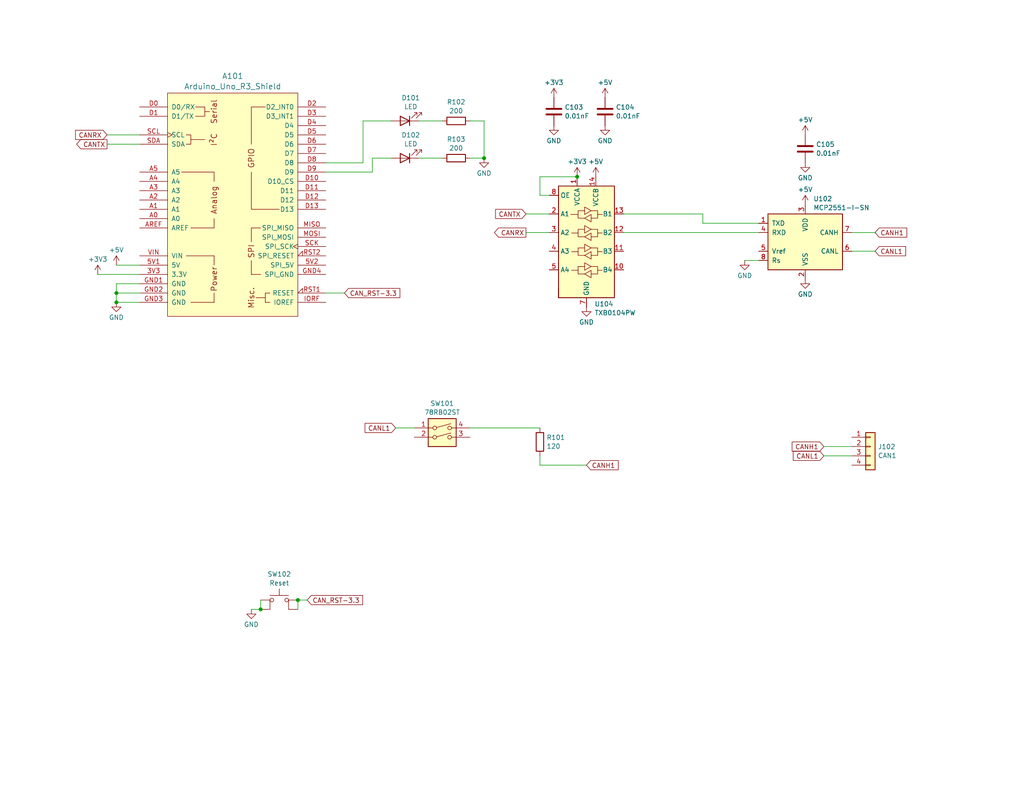
<source format=kicad_sch>
(kicad_sch (version 20231120) (generator "eeschema") (generator_version "8.0")
  (paper "USLetter")
  (title_block (title "CAN Bridge") (company "bit-builder.com"))
  (lib_symbols
    (symbol "Connector_Generic:Conn_01x04" (pin_names (offset 1.016) hide)
      (property "Reference" "J" (at 0 5.08 0))
      (property "Value" "Conn_01x04" (at 0 -7.62 0))
      (symbol "Conn_01x04_1_1"
        (rectangle (start -1.27 -4.953) (end 0 -5.207) (stroke (width 0.1524)))
        (rectangle (start -1.27 -2.413) (end 0 -2.667) (stroke (width 0.1524)))
        (rectangle (start -1.27 0.127) (end 0 -0.127) (stroke (width 0.1524)))
        (rectangle (start -1.27 2.667) (end 0 2.413) (stroke (width 0.1524)))
        (rectangle (start -1.27 3.81) (end 1.27 -6.35) (stroke (width 0.254)) (fill (type background)))
        (pin passive line (at -5.08 2.54 0) (length 3.81) (name "Pin_1") (number "1"))
        (pin passive line (at -5.08 0 0) (length 3.81) (name "Pin_2") (number "2"))
        (pin passive line (at -5.08 -2.54 0) (length 3.81) (name "Pin_3") (number "3"))
        (pin passive line (at -5.08 -5.08 0) (length 3.81) (name "Pin_4") (number "4"))
      )
    )
    (symbol "Device:C" (pin_numbers hide) (pin_names (offset 0.254))
      (property "Reference" "C" (at 0.635 2.54 0))
      (property "Value" "C" (at 0.635 -2.54 0))
      (symbol "C_0_1"
        (polyline (pts (xy -2.032 -0.762) (xy 2.032 -0.762)) (stroke (width 0.508)))
        (polyline (pts (xy -2.032 0.762) (xy 2.032 0.762)) (stroke (width 0.508)))
      )
      (symbol "C_1_1"
        (pin passive line (at 0 3.81 270) (length 2.794) (name "~") (number "1"))
        (pin passive line (at 0 -3.81 90) (length 2.794) (name "~") (number "2"))
      )
    )
    (symbol "Device:LED" (pin_numbers hide) (pin_names (offset 1.016) hide)
      (property "Reference" "D" (at 0 2.54 0))
      (property "Value" "LED" (at 0 -2.54 0))
      (symbol "LED_0_1"
        (polyline (pts (xy -1.27 -1.27) (xy -1.27 1.27)) (stroke (width 0.254)))
        (polyline (pts (xy -1.27 0) (xy 1.27 0)))
        (polyline (pts (xy 1.27 -1.27) (xy 1.27 1.27) (xy -1.27 0) (xy 1.27 -1.27)) (stroke (width 0.254)))
        (polyline (pts (xy -3.048 -0.762) (xy -4.572 -2.286) (xy -3.81 -2.286) (xy -4.572 -2.286) (xy -4.572 -1.524)))
        (polyline (pts (xy -1.778 -0.762) (xy -3.302 -2.286) (xy -2.54 -2.286) (xy -3.302 -2.286) (xy -3.302 -1.524)))
      )
      (symbol "LED_1_1"
        (pin passive line (at -3.81 0 0) (length 2.54) (name "K") (number "1"))
        (pin passive line (at 3.81 0 180) (length 2.54) (name "A") (number "2"))
      )
    )
    (symbol "Device:R" (pin_numbers hide) (pin_names (offset 0))
      (property "Reference" "R" (at 2.032 0 90))
      (property "Value" "R" (at 0 0 90))
      (symbol "R_0_1"
        (rectangle (start -1.016 -2.54) (end 1.016 2.54) (stroke (width 0.254)))
      )
      (symbol "R_1_1"
        (pin passive line (at 0 3.81 270) (length 1.27) (name "~") (number "1"))
        (pin passive line (at 0 -3.81 90) (length 1.27) (name "~") (number "2"))
      )
    )
    (symbol "Interface_CAN_LIN:MCP2551-I-SN" (pin_names (offset 1.016))
      (property "Reference" "U" (at -10.16 8.89 0))
      (property "Value" "MCP2551-I-SN" (at 2.54 8.89 0))
      (symbol "MCP2551-I-SN_0_1"
        (rectangle (start -10.16 7.62) (end 10.16 -7.62) (stroke (width 0.254)) (fill (type background)))
      )
      (symbol "MCP2551-I-SN_1_1"
        (pin input line (at -12.7 5.08 0) (length 2.54) (name "TXD") (number "1"))
        (pin power_in line (at 0 -10.16 90) (length 2.54) (name "VSS") (number "2"))
        (pin power_in line (at 0 10.16 270) (length 2.54) (name "VDD") (number "3"))
        (pin output line (at -12.7 2.54 0) (length 2.54) (name "RXD") (number "4"))
        (pin power_out line (at -12.7 -2.54 0) (length 2.54) (name "Vref") (number "5"))
        (pin bidirectional line (at 12.7 -2.54 180) (length 2.54) (name "CANL") (number "6"))
        (pin bidirectional line (at 12.7 2.54 180) (length 2.54) (name "CANH") (number "7"))
        (pin input line (at -12.7 -5.08 0) (length 2.54) (name "Rs") (number "8"))
      )
    )
    (symbol "Logic_LevelTranslator:TXB0104PW"
      (property "Reference" "U" (at -6.35 16.51 0))
      (property "Value" "TXB0104PW" (at 3.81 16.51 0))
      (symbol "TXB0104PW_0_1"
        (rectangle (start -7.62 -15.24) (end -7.62 -12.7) (stroke (width 0.254)))
        (rectangle (start -7.62 15.24) (end 7.62 -15.24) (stroke (width 0.254)) (fill (type background)))
        (polyline (pts (xy -2.286 -7.747) (xy -2.286 -6.731) (xy -0.508 -6.731)))
        (polyline (pts (xy -2.286 -2.667) (xy -2.286 -1.651) (xy -0.508 -1.651)))
        (polyline (pts (xy -2.286 2.413) (xy -2.286 3.429) (xy -0.508 3.429)))
        (polyline (pts (xy -2.286 7.493) (xy -2.286 8.509) (xy -0.508 8.509)))
        (polyline (pts (xy 3.048 -7.747) (xy 3.048 -8.763) (xy 1.27 -8.763)))
        (polyline (pts (xy 3.048 -2.667) (xy 3.048 -3.683) (xy 1.27 -3.683)))
        (polyline (pts (xy 3.048 2.413) (xy 3.048 1.397) (xy 1.27 1.397)))
        (polyline (pts (xy 3.048 7.493) (xy 3.048 6.477) (xy 1.27 6.477)))
        (polyline (pts (xy -0.508 -8.763) (xy -2.286 -8.763) (xy -2.286 -7.747) (xy -4.064 -7.747)))
        (polyline (pts (xy -0.508 -8.763) (xy 1.27 -7.747) (xy 1.27 -9.779) (xy -0.508 -8.763)))
        (polyline (pts (xy -0.508 -3.683) (xy -2.286 -3.683) (xy -2.286 -2.667) (xy -4.064 -2.667)))
        (polyline (pts (xy -0.508 -3.683) (xy 1.27 -2.667) (xy 1.27 -4.699) (xy -0.508 -3.683)))
        (polyline (pts (xy -0.508 1.397) (xy -2.286 1.397) (xy -2.286 2.413) (xy -4.064 2.413)))
        (polyline (pts (xy -0.508 1.397) (xy 1.27 2.413) (xy 1.27 0.381) (xy -0.508 1.397)))
        (polyline (pts (xy -0.508 6.477) (xy -2.286 6.477) (xy -2.286 7.493) (xy -4.318 7.493)))
        (polyline (pts (xy -0.508 6.477) (xy 1.27 7.493) (xy 1.27 5.461) (xy -0.508 6.477)))
        (polyline (pts (xy 1.27 -6.731) (xy -0.508 -7.747) (xy -0.508 -5.715) (xy 1.27 -6.731)))
        (polyline (pts (xy 1.27 -6.731) (xy 3.048 -6.731) (xy 3.048 -7.747) (xy 4.318 -7.747)))
        (polyline (pts (xy 1.27 -1.651) (xy -0.508 -2.667) (xy -0.508 -0.635) (xy 1.27 -1.651)))
        (polyline (pts (xy 1.27 -1.651) (xy 3.048 -1.651) (xy 3.048 -2.667) (xy 4.318 -2.667)))
        (polyline (pts (xy 1.27 3.429) (xy -0.508 2.413) (xy -0.508 4.445) (xy 1.27 3.429)))
        (polyline (pts (xy 1.27 3.429) (xy 3.048 3.429) (xy 3.048 2.413) (xy 4.318 2.413)))
        (polyline (pts (xy 1.27 8.509) (xy -0.508 7.493) (xy -0.508 9.525) (xy 1.27 8.509)))
        (polyline (pts (xy 1.27 8.509) (xy 3.048 8.509) (xy 3.048 7.493) (xy 4.318 7.493)))
      )
      (symbol "TXB0104PW_1_1"
        (pin power_in line (at -2.54 17.78 270) (length 2.54) (name "VCCA") (number "1"))
        (pin bidirectional line (at 10.16 -7.62 180) (length 2.54) (name "B4") (number "10"))
        (pin bidirectional line (at 10.16 -2.54 180) (length 2.54) (name "B3") (number "11"))
        (pin bidirectional line (at 10.16 2.54 180) (length 2.54) (name "B2") (number "12"))
        (pin bidirectional line (at 10.16 7.62 180) (length 2.54) (name "B1") (number "13"))
        (pin power_in line (at 2.54 17.78 270) (length 2.54) (name "VCCB") (number "14"))
        (pin bidirectional line (at -10.16 7.62 0) (length 2.54) (name "A1") (number "2"))
        (pin bidirectional line (at -10.16 2.54 0) (length 2.54) (name "A2") (number "3"))
        (pin bidirectional line (at -10.16 -2.54 0) (length 2.54) (name "A3") (number "4"))
        (pin bidirectional line (at -10.16 -7.62 0) (length 2.54) (name "A4") (number "5"))
        (pin no_connect line (at -7.62 -12.7 0) (length 2.54) hide (name "NC") (number "6"))
        (pin power_in line (at 0 -17.78 90) (length 2.54) (name "GND") (number "7"))
        (pin input line (at -10.16 12.7 0) (length 2.54) (name "OE") (number "8"))
        (pin no_connect line (at 7.62 -12.7 180) (length 2.54) hide (name "NC") (number "9"))
      )
    )
    (symbol "PCM_arduino-library:Arduino_Uno_R3_Shield" (pin_names (offset 1.016))
      (property "Reference" "A" (at 0 36.83 0))
      (property "Value" "Arduino_Uno_R3_Shield" (at 0 33.02 0))
      (symbol "Arduino_Uno_R3_Shield_0_0"
        (rectangle (start -17.78 30.48) (end 17.78 -30.48) (fill (type background)))
        (rectangle (start -12.7 -13.97) (end -5.08 -13.97))
        (rectangle (start -11.43 -26.67) (end -5.08 -26.67))
        (polyline (pts (xy -11.43 17.78) (xy -7.62 17.78)))
        (polyline (pts (xy -7.62 25.4) (xy -6.35 25.4)))
        (polyline (pts (xy -5.08 -26.67) (xy -5.08 -24.13)))
        (polyline (pts (xy -5.08 -15.24) (xy -5.08 -16.51)))
        (polyline (pts (xy -5.08 -13.97) (xy -5.08 -15.24)))
        (polyline (pts (xy -5.08 -3.81) (xy -5.08 -6.35) (xy -11.43 -6.35)))
        (polyline (pts (xy -5.08 6.35) (xy -5.08 8.89) (xy -13.97 8.89)))
        (polyline (pts (xy 5.08 8.89) (xy 5.08 -1.27) (xy 12.7 -1.27)))
        (polyline (pts (xy 5.08 16.51) (xy 5.08 26.67) (xy 8.89 26.67)))
        (polyline (pts (xy -12.7 19.05) (xy -11.43 19.05) (xy -11.43 16.51) (xy -12.7 16.51)))
        (polyline (pts (xy -10.16 26.67) (xy -7.62 26.67) (xy -7.62 24.13) (xy -10.16 24.13)))
        (rectangle (start 5.08 -19.05) (end 5.08 -15.24))
        (rectangle (start 5.08 -19.05) (end 7.62 -19.05))
        (rectangle (start 5.08 -10.16) (end 5.08 -6.35))
        (rectangle (start 7.62 -6.35) (end 5.08 -6.35))
        (rectangle (start 8.89 -25.4) (end 6.35 -25.4))
        (rectangle (start 8.89 -24.13) (end 8.89 -26.67))
        (rectangle (start 10.16 -26.67) (end 8.89 -26.67))
        (rectangle (start 10.16 -24.13) (end 8.89 -24.13))
        (text "Analog" (at -5.08 1.27 900) (effects (font (size 1.524 1.524))))
        (text "I²C" (at -5.08 17.78 900) (effects (font (size 1.524 1.524))))
        (text "Misc." (at 5.08 -25.4 900) (effects (font (size 1.524 1.524))))
        (text "Power" (at -5.08 -20.32 900) (effects (font (size 1.524 1.524))))
        (text "Serial" (at -5.08 25.4 900) (effects (font (size 1.524 1.524))))
        (text "SPI" (at 5.08 -12.7 900) (effects (font (size 1.524 1.524))))
      )
      (symbol "Arduino_Uno_R3_Shield_1_0"
        (text "GPIO" (at 5.08 12.7 900) (effects (font (size 1.524 1.524))))
      )
      (symbol "Arduino_Uno_R3_Shield_1_1"
        (pin power_out line (at -25.4 -19.05 0) (length 7.62) (name "3.3V") (number "3V3"))
        (pin power_in line (at -25.4 -16.51 0) (length 7.62) (name "5V") (number "5V1"))
        (pin power_in line (at 25.4 -16.51 180) (length 7.62) (name "SPI_5V") (number "5V2"))
        (pin bidirectional line (at -25.4 -3.81 0) (length 7.62) (name "A0") (number "A0"))
        (pin bidirectional line (at -25.4 -1.27 0) (length 7.62) (name "A1") (number "A1"))
        (pin bidirectional line (at -25.4 1.27 0) (length 7.62) (name "A2") (number "A2"))
        (pin bidirectional line (at -25.4 3.81 0) (length 7.62) (name "A3") (number "A3"))
        (pin bidirectional line (at -25.4 6.35 0) (length 7.62) (name "A4") (number "A4"))
        (pin bidirectional line (at -25.4 8.89 0) (length 7.62) (name "A5") (number "A5"))
        (pin input line (at -25.4 -6.35 0) (length 7.62) (name "AREF") (number "AREF"))
        (pin bidirectional line (at -25.4 26.67 0) (length 7.62) (name "D0/RX") (number "D0"))
        (pin bidirectional line (at -25.4 24.13 0) (length 7.62) (name "D1/TX") (number "D1"))
        (pin bidirectional line (at 25.4 6.35 180) (length 7.62) (name "D10_CS") (number "D10"))
        (pin bidirectional line (at 25.4 3.81 180) (length 7.62) (name "D11") (number "D11"))
        (pin bidirectional line (at 25.4 1.27 180) (length 7.62) (name "D12") (number "D12"))
        (pin bidirectional line (at 25.4 -1.27 180) (length 7.62) (name "D13") (number "D13"))
        (pin bidirectional line (at 25.4 26.67 180) (length 7.62) (name "D2_INT0") (number "D2"))
        (pin bidirectional line (at 25.4 24.13 180) (length 7.62) (name "D3_INT1") (number "D3"))
        (pin bidirectional line (at 25.4 21.59 180) (length 7.62) (name "D4") (number "D4"))
        (pin bidirectional line (at 25.4 19.05 180) (length 7.62) (name "D5") (number "D5"))
        (pin bidirectional line (at 25.4 16.51 180) (length 7.62) (name "D6") (number "D6"))
        (pin bidirectional line (at 25.4 13.97 180) (length 7.62) (name "D7") (number "D7"))
        (pin bidirectional line (at 25.4 11.43 180) (length 7.62) (name "D8") (number "D8"))
        (pin bidirectional line (at 25.4 8.89 180) (length 7.62) (name "D9") (number "D9"))
        (pin power_in line (at -25.4 -21.59 0) (length 7.62) (name "GND") (number "GND1"))
        (pin power_in line (at -25.4 -24.13 0) (length 7.62) (name "GND") (number "GND2"))
        (pin power_in line (at -25.4 -26.67 0) (length 7.62) (name "GND") (number "GND3"))
        (pin power_in line (at 25.4 -19.05 180) (length 7.62) (name "SPI_GND") (number "GND4"))
        (pin output line (at 25.4 -26.67 180) (length 7.62) (name "IOREF") (number "IORF"))
        (pin input line (at 25.4 -6.35 180) (length 7.62) (name "SPI_MISO") (number "MISO"))
        (pin output line (at 25.4 -8.89 180) (length 7.62) (name "SPI_MOSI") (number "MOSI"))
        (pin open_collector input_low (at 25.4 -24.13 180) (length 7.62) (name "RESET") (number "RST1"))
        (pin open_collector input_low (at 25.4 -13.97 180) (length 7.62) (name "SPI_RESET") (number "RST2"))
        (pin output clock (at 25.4 -11.43 180) (length 7.62) (name "SPI_SCK") (number "SCK"))
        (pin bidirectional clock (at -25.4 19.05 0) (length 7.62) (name "SCL") (number "SCL"))
        (pin bidirectional line (at -25.4 16.51 0) (length 7.62) (name "SDA") (number "SDA"))
        (pin power_in line (at -25.4 -13.97 0) (length 7.62) (name "VIN") (number "VIN"))
      )
    )
    (symbol "Switch:SW_DIP_x02" (pin_names (offset 0) hide)
      (property "Reference" "SW" (at 0 6.35 0))
      (property "Value" "SW_DIP_x02" (at 0 -3.81 0))
      (symbol "SW_DIP_x02_0_0"
        (circle (center -2.032 0) (radius 0.508))
        (circle (center -2.032 2.54) (radius 0.508))
        (polyline (pts (xy -1.524 0.127) (xy 2.3622 1.1684)))
        (polyline (pts (xy -1.524 2.667) (xy 2.3622 3.7084)))
        (circle (center 2.032 0) (radius 0.508))
        (circle (center 2.032 2.54) (radius 0.508))
      )
      (symbol "SW_DIP_x02_0_1"
        (rectangle (start -3.81 5.08) (end 3.81 -2.54) (stroke (width 0.254)) (fill (type background)))
      )
      (symbol "SW_DIP_x02_1_1"
        (pin passive line (at -7.62 2.54 0) (length 5.08) (name "~") (number "1"))
        (pin passive line (at -7.62 0 0) (length 5.08) (name "~") (number "2"))
        (pin passive line (at 7.62 0 180) (length 5.08) (name "~") (number "3"))
        (pin passive line (at 7.62 2.54 180) (length 5.08) (name "~") (number "4"))
      )
    )
    (symbol "Switch:SW_Push" (pin_numbers hide) (pin_names (offset 1.016) hide)
      (property "Reference" "SW102" (at 0 7.0655 0))
      (property "Value" "Reset" (at 0 4.6412 0))
      (symbol "SW_Push_0_1"
        (circle (center -2.032 0) (radius 0.508))
        (polyline (pts (xy -2.54 -2.54) (xy -2.54 0)))
        (polyline (pts (xy 0 1.27) (xy 0 3.048)))
        (polyline (pts (xy 2.54 -2.54) (xy 2.54 0)))
        (polyline (pts (xy 2.54 1.27) (xy -2.54 1.27)))
        (circle (center 2.032 0) (radius 0.508))
        (pin passive line (at -5.08 0 0) (length 2.54) (name "1") (number "1"))
        (pin passive line (at 5.08 0 180) (length 2.54) (name "2") (number "2"))
      )
      (symbol "SW_Push_1_0"
        (pin passive line (at 5.08 -2.54 180) (length 2.54) (name "4") (number "4"))
      )
      (symbol "SW_Push_1_1"
        (pin passive line (at -5.08 -2.54 0) (length 2.54) (name "3") (number "3"))
      )
    )
    (symbol "power:+3V3" (power) (pin_numbers hide) (pin_names (offset 0) hide)
      (property "Value" "+3V3" (at 0 3.556 0))
      (symbol "+3V3_0_1"
        (polyline (pts (xy -0.762 1.27) (xy 0 2.54)))
        (polyline (pts (xy 0 0) (xy 0 2.54)))
        (polyline (pts (xy 0 2.54) (xy 0.762 1.27)))
      )
      (symbol "+3V3_1_1"
        (pin power_in line (at 0 0 90) (length 0) (name "~") (number "1"))
      )
    )
    (symbol "power:+5V" (power) (pin_numbers hide) (pin_names (offset 0) hide)
      (property "Value" "+5V" (at 0 3.556 0))
      (symbol "+5V_0_1"
        (polyline (pts (xy -0.762 1.27) (xy 0 2.54)))
        (polyline (pts (xy 0 0) (xy 0 2.54)))
        (polyline (pts (xy 0 2.54) (xy 0.762 1.27)))
      )
      (symbol "+5V_1_1"
        (pin power_in line (at 0 0 90) (length 0) (name "~") (number "1"))
      )
    )
    (symbol "power:GND" (power) (pin_numbers hide) (pin_names (offset 0) hide)
      (property "Value" "GND" (at 0 -3.81 0))
      (symbol "GND_0_1"
        (polyline (pts (xy 0 0) (xy 0 -1.27) (xy 1.27 -1.27) (xy 0 -2.54) (xy -1.27 -1.27) (xy 0 -1.27)))
      )
      (symbol "GND_1_1"
        (pin power_in line (at 0 0 270) (length 0) (name "~") (number "1"))
      )
    )
  )
  (junction (at 71.12 166.37))
  (junction (at 132.08 43.18))
  (junction (at 157.48 48.26))
  (junction (at 31.75 82.55))
  (junction (at 81.28 163.83))
  (junction (at 31.75 80.01))
  (wire (pts (xy 99.06 33.02) (xy 99.06 44.45)))
  (wire (pts (xy 29.21 36.83) (xy 38.1 36.83)))
  (wire (pts (xy 99.06 44.45) (xy 88.9 44.45)))
  (wire (pts (xy 170.18 63.5) (xy 207.01 63.5)))
  (wire (pts (xy 128.27 116.84) (xy 147.32 116.84)))
  (wire (pts (xy 31.75 80.01) (xy 38.1 80.01)))
  (wire (pts (xy 81.28 163.83) (xy 83.82 163.83)))
  (wire (pts (xy 128.27 43.18) (xy 132.08 43.18)))
  (wire (pts (xy 147.32 53.34) (xy 147.32 48.26)))
  (wire (pts (xy 88.9 80.01) (xy 93.98 80.01)))
  (wire (pts (xy 106.68 33.02) (xy 99.06 33.02)))
  (wire (pts (xy 31.75 82.55) (xy 38.1 82.55)))
  (wire (pts (xy 106.68 43.18) (xy 101.6 43.18)))
  (wire (pts (xy 101.6 46.99) (xy 88.9 46.99)))
  (wire (pts (xy 147.32 124.46) (xy 147.32 127)))
  (wire (pts (xy 143.51 63.5) (xy 149.86 63.5)))
  (wire (pts (xy 132.08 33.02) (xy 132.08 43.18)))
  (wire (pts (xy 107.95 116.84) (xy 113.03 116.84)))
  (wire (pts (xy 29.21 39.37) (xy 38.1 39.37)))
  (wire (pts (xy 71.12 163.83) (xy 71.12 166.37)))
  (wire (pts (xy 31.75 82.55) (xy 31.75 80.01)))
  (wire (pts (xy 191.77 58.42) (xy 170.18 58.42)))
  (wire (pts (xy 147.32 53.34) (xy 149.86 53.34)))
  (wire (pts (xy 232.41 68.58) (xy 238.76 68.58)))
  (wire (pts (xy 191.77 58.42) (xy 191.77 60.96)))
  (wire (pts (xy 203.2 71.12) (xy 207.01 71.12)))
  (wire (pts (xy 31.75 72.39) (xy 38.1 72.39)))
  (wire (pts (xy 147.32 48.26) (xy 157.48 48.26)))
  (wire (pts (xy 224.79 121.92) (xy 232.41 121.92)))
  (wire (pts (xy 147.32 127) (xy 160.02 127)))
  (wire (pts (xy 128.27 33.02) (xy 132.08 33.02)))
  (wire (pts (xy 26.67 74.93) (xy 38.1 74.93)))
  (wire (pts (xy 81.28 163.83) (xy 81.28 166.37)))
  (wire (pts (xy 68.58 166.37) (xy 71.12 166.37)))
  (wire (pts (xy 143.51 58.42) (xy 149.86 58.42)))
  (wire (pts (xy 101.6 43.18) (xy 101.6 46.99)))
  (wire (pts (xy 224.79 124.46) (xy 232.41 124.46)))
  (wire (pts (xy 31.75 77.47) (xy 38.1 77.47)))
  (wire (pts (xy 114.3 33.02) (xy 120.65 33.02)))
  (wire (pts (xy 191.77 60.96) (xy 207.01 60.96)))
  (wire (pts (xy 114.3 43.18) (xy 120.65 43.18)))
  (wire (pts (xy 232.41 63.5) (xy 238.76 63.5)))
  (wire (pts (xy 31.75 80.01) (xy 31.75 77.47)))
  (global_label "CANL1" (shape input) (at 238.76 68.58 0) (property "Intersheetrefs" "${INTERSHEET_REFS}" (effects (hide yes))))
  (global_label "CANH1" (shape input) (at 160.02 127 0) (property "Intersheetrefs" "${INTERSHEET_REFS}" (effects (hide yes))))
  (global_label "CANRX" (shape output) (at 143.51 63.5 180) (property "Intersheetrefs" "${INTERSHEET_REFS}" (effects (hide yes))))
  (global_label "CAN_RST-3.3" (shape input) (at 83.82 163.83 0) (property "Intersheetrefs" "${INTERSHEET_REFS}" (effects (hide yes))))
  (global_label "CANH1" (shape input) (at 224.79 121.92 180) (property "Intersheetrefs" "${INTERSHEET_REFS}" (effects (hide yes))))
  (global_label "CANTX" (shape output) (at 29.21 39.37 180) (property "Intersheetrefs" "${INTERSHEET_REFS}" (effects (hide yes))))
  (global_label "CANRX" (shape input) (at 29.21 36.83 180) (property "Intersheetrefs" "${INTERSHEET_REFS}" (effects (hide yes))))
  (global_label "CANTX" (shape input) (at 143.51 58.42 180) (property "Intersheetrefs" "${INTERSHEET_REFS}" (effects (hide yes))))
  (global_label "CANL1" (shape input) (at 224.79 124.46 180) (property "Intersheetrefs" "${INTERSHEET_REFS}" (effects (hide yes))))
  (global_label "CANL1" (shape input) (at 107.95 116.84 180) (property "Intersheetrefs" "${INTERSHEET_REFS}" (effects (hide yes))))
  (global_label "CAN_RST-3.3" (shape input) (at 93.98 80.01 0) (property "Intersheetrefs" "${INTERSHEET_REFS}" (effects (hide yes))))
  (global_label "CANH1" (shape input) (at 238.76 63.5 0) (property "Intersheetrefs" "${INTERSHEET_REFS}" (effects (hide yes))))
  (symbol (lib_id "Connector_Generic:Conn_01x04") (at 237.49 121.92 0) (unit 1)
    (property "Reference" "J102" (at 239.522 121.9778 0) (effects (justify left)))
    (property "Value" "CAN1" (at 239.522 124.4021 0) (effects (justify left)))
    (property "Footprint" "Connector_JST:JST_EH_B4B-EH-A_1x04_P2.50mm_Vertical" (effects (hide yes)))
    (property "Description" "Generic connector, single row, 01x04, script generated (kicad-library-utils/schlib/autogen/connector/)" (effects (hide yes)))
  )
  (symbol (lib_id "power:GND") (at 219.71 44.45 0) (unit 1)
    (property "Reference" "#PWR0130" (effects (hide yes)))
    (property "Value" "GND" (at 219.71 48.5831 0))
    (property "Description" "Power symbol creates a global label with name \"GND\" , ground" (effects (hide yes)))
  )
  (symbol (lib_id "Device:C") (at 219.71 40.64 0) (unit 1)
    (property "Reference" "C105" (at 222.631 39.4278 0) (effects (justify left)))
    (property "Value" "0.01nF" (at 222.631 41.8521 0) (effects (justify left)))
    (property "Footprint" "Capacitor_SMD:C_0603_1608Metric" (effects (hide yes)))
    (property "Description" "Unpolarized capacitor" (effects (hide yes)))
  )
  (symbol (lib_id "Device:C") (at 151.13 30.48 0) (unit 1)
    (property "Reference" "C103" (at 154.051 29.2678 0) (effects (justify left)))
    (property "Value" "0.01nF" (at 154.051 31.6921 0) (effects (justify left)))
    (property "Footprint" "Capacitor_SMD:C_0603_1608Metric" (effects (hide yes)))
    (property "Description" "Unpolarized capacitor" (effects (hide yes)))
  )
  (symbol (lib_id "power:+5V") (at 219.71 36.83 0) (unit 1)
    (property "Reference" "#PWR0122" (effects (hide yes)))
    (property "Value" "+5V" (at 219.71 32.6969 0))
    (property "Description" "Power symbol creates a global label with name \"+5V\"" (effects (hide yes)))
  )
  (symbol (lib_id "Device:C") (at 165.1 30.48 0) (unit 1)
    (property "Reference" "C104" (at 168.021 29.2678 0) (effects (justify left)))
    (property "Value" "0.01nF" (at 168.021 31.6921 0) (effects (justify left)))
    (property "Footprint" "Capacitor_SMD:C_0603_1608Metric" (effects (hide yes)))
    (property "Description" "Unpolarized capacitor" (effects (hide yes)))
  )
  (symbol (lib_id "Device:LED") (at 110.49 33.02 180) (unit 1)
    (property "Reference" "D101" (at 112.0775 26.7165 0))
    (property "Value" "LED" (at 112.0775 29.1408 0))
    (property "Footprint" "LED_SMD:LED_0603_1608Metric" (effects (hide yes)))
    (property "Description" "Light emitting diode" (effects (hide yes)))
  )
  (symbol (lib_id "Device:R") (at 147.32 120.65 0) (unit 1)
    (property "Reference" "R101" (at 149.098 119.4378 0) (effects (justify left)))
    (property "Value" "120" (at 149.098 121.8621 0) (effects (justify left)))
    (property "Footprint" "Resistor_SMD:R_1206_3216Metric" (effects (hide yes)))
    (property "Description" "Resistor" (effects (hide yes)))
  )
  (symbol (lib_id "power:+5V") (at 31.75 72.39 0) (unit 1)
    (property "Reference" "#PWR0107" (effects (hide yes)))
    (property "Value" "+5V" (at 31.75 68.2569 0))
    (property "Description" "Power symbol creates a global label with name \"+5V\"" (effects (hide yes)))
  )
  (symbol (lib_id "power:GND") (at 160.02 83.82 0) (unit 1)
    (property "Reference" "#PWR0105" (effects (hide yes)))
    (property "Value" "GND" (at 160.02 87.9531 0))
    (property "Description" "Power symbol creates a global label with name \"GND\" , ground" (effects (hide yes)))
  )
  (symbol (lib_id "PCM_arduino-library:Arduino_Uno_R3_Shield") (at 63.5 55.88 0) (unit 1)
    (property "Reference" "A101" (at 63.5 20.7696 0) (effects (font (size 1.524 1.524))))
    (property "Value" "Arduino_Uno_R3_Shield" (at 63.5 23.6025 0) (effects (font (size 1.524 1.524))))
    (property "Footprint" "PCM_arduino-library:Arduino_Uno_R3_Shield" (effects (hide yes)))
    (property "Datasheet" "https://docs.arduino.cc/hardware/uno-rev3" (effects (hide yes)))
    (property "Description" "Shield for Arduino Uno R3" (effects (hide yes)))
  )
  (symbol (lib_id "Device:R") (at 124.46 43.18 90) (unit 1)
    (property "Reference" "R103" (at 124.46 38.0195 90))
    (property "Value" "200" (at 124.46 40.4438 90))
    (property "Footprint" "Resistor_SMD:R_0603_1608Metric" (effects (hide yes)))
    (property "Description" "Resistor" (effects (hide yes)))
  )
  (symbol (lib_id "power:+5V") (at 219.71 55.88 0) (unit 1)
    (property "Reference" "#PWR0109" (effects (hide yes)))
    (property "Value" "+5V" (at 219.71 51.7469 0))
    (property "Description" "Power symbol creates a global label with name \"+5V\"" (effects (hide yes)))
  )
  (symbol (lib_id "Device:LED") (at 110.49 43.18 180) (unit 1)
    (property "Reference" "D102" (at 112.0775 36.8765 0))
    (property "Value" "LED" (at 112.0775 39.3008 0))
    (property "Footprint" "LED_SMD:LED_0603_1608Metric" (effects (hide yes)))
    (property "Description" "Light emitting diode" (effects (hide yes)))
  )
  (symbol (lib_id "power:+3V3") (at 151.13 26.67 0) (unit 1)
    (property "Reference" "#PWR0124" (effects (hide yes)))
    (property "Value" "+3V3" (at 151.13 22.5369 0))
    (property "Description" "Power symbol creates a global label with name \"+3V3\"" (effects (hide yes)))
  )
  (symbol (lib_id "power:+5V") (at 165.1 26.67 0) (unit 1)
    (property "Reference" "#PWR0123" (effects (hide yes)))
    (property "Value" "+5V" (at 165.1 22.5369 0))
    (property "Description" "Power symbol creates a global label with name \"+5V\"" (effects (hide yes)))
  )
  (symbol (lib_id "power:GND") (at 203.2 71.12 0) (unit 1)
    (property "Reference" "#PWR0117" (effects (hide yes)))
    (property "Value" "GND" (at 203.2 75.2531 0))
    (property "Description" "Power symbol creates a global label with name \"GND\" , ground" (effects (hide yes)))
  )
  (symbol (lib_id "Switch:SW_DIP_x02") (at 120.65 119.38 0) (unit 1)
    (property "Reference" "SW101" (at 120.65 110.1555 0))
    (property "Value" "78RB02ST" (at 120.65 112.5798 0))
    (property "Footprint" "Button_Switch_THT:SW_DIP_SPSTx02_Slide_9.78x7.26mm_W7.62mm_P2.54mm" (effects (hide yes)))
    (property "Description" "2x DIP Switch, Single Pole Single Throw (SPST) switch, small symbol" (effects (hide yes)))
  )
  (symbol (lib_id "power:+3V3") (at 26.67 74.93 0) (unit 1)
    (property "Reference" "#PWR0113" (effects (hide yes)))
    (property "Value" "+3V3" (at 26.67 70.7969 0))
    (property "Description" "Power symbol creates a global label with name \"+3V3\"" (effects (hide yes)))
  )
  (symbol (lib_id "power:+3V3") (at 157.48 48.26 0) (unit 1)
    (property "Reference" "#PWR0114" (effects (hide yes)))
    (property "Value" "+3V3" (at 157.48 44.1269 0))
    (property "Description" "Power symbol creates a global label with name \"+3V3\"" (effects (hide yes)))
  )
  (symbol (lib_id "power:+5V") (at 162.56 48.26 0) (unit 1)
    (property "Reference" "#PWR0108" (effects (hide yes)))
    (property "Value" "+5V" (at 162.56 44.1269 0))
    (property "Description" "Power symbol creates a global label with name \"+5V\"" (effects (hide yes)))
  )
  (symbol (lib_id "power:GND") (at 31.75 82.55 0) (unit 1)
    (property "Reference" "#PWR0101" (effects (hide yes)))
    (property "Value" "GND" (at 31.75 86.6831 0))
    (property "Description" "Power symbol creates a global label with name \"GND\" , ground" (effects (hide yes)))
  )
  (symbol (lib_id "Interface_CAN_LIN:MCP2551-I-SN") (at 219.71 66.04 0) (unit 1)
    (property "Reference" "U102" (at 221.9041 54.2755 0) (effects (justify left)))
    (property "Value" "MCP2551-I-SN" (at 221.9041 56.6998 0) (effects (justify left)))
    (property "Footprint" "Package_SO:SOIC-8_3.9x4.9mm_P1.27mm" (effects (hide yes)))
    (property "Datasheet" "http://ww1.microchip.com/downloads/en/devicedoc/21667d.pdf" (effects (hide yes)))
    (property "Description" "High-Speed CAN Transceiver, 1Mbps, 5V supply, SOIC-8" (effects (hide yes)))
  )
  (symbol (lib_id "power:GND") (at 165.1 34.29 0) (unit 1)
    (property "Reference" "#PWR0131" (effects (hide yes)))
    (property "Value" "GND" (at 165.1 38.4231 0))
    (property "Description" "Power symbol creates a global label with name \"GND\" , ground" (effects (hide yes)))
  )
  (symbol (lib_id "power:GND") (at 68.58 166.37 0) (unit 1)
    (property "Reference" "#PWR0133" (effects (hide yes)))
    (property "Value" "GND" (at 68.58 170.5031 0))
    (property "Description" "Power symbol creates a global label with name \"GND\" , ground" (effects (hide yes)))
  )
  (symbol (lib_id "power:GND") (at 219.71 76.2 0) (unit 1)
    (property "Reference" "#PWR0104" (effects (hide yes)))
    (property "Value" "GND" (at 219.71 80.3331 0))
    (property "Description" "Power symbol creates a global label with name \"GND\" , ground" (effects (hide yes)))
  )
  (symbol (lib_id "power:GND") (at 151.13 34.29 0) (unit 1)
    (property "Reference" "#PWR0132" (effects (hide yes)))
    (property "Value" "GND" (at 151.13 38.4231 0))
    (property "Description" "Power symbol creates a global label with name \"GND\" , ground" (effects (hide yes)))
  )
  (symbol (lib_id "power:GND") (at 132.08 43.18 0) (unit 1)
    (property "Reference" "#PWR0102" (effects (hide yes)))
    (property "Value" "GND" (at 132.08 47.3131 0))
    (property "Description" "Power symbol creates a global label with name \"GND\" , ground" (effects (hide yes)))
  )
  (symbol (lib_id "Switch:SW_Push") (at 76.2 163.83 0) (unit 1)
    (property "Reference" "SW102" (at 76.2 156.7645 0))
    (property "Value" "Reset" (at 76.2 159.1888 0))
    (property "Footprint" "My Custom Footprints:OnShine KPT-1187B" (effects (hide yes)))
    (property "Description" "Push button switch, generic, two pins" (effects (hide yes)))
  )
  (symbol (lib_id "Logic_LevelTranslator:TXB0104PW") (at 160.02 66.04 0) (unit 1)
    (property "Reference" "U104" (at 162.2141 83.0001 0) (effects (justify left)))
    (property "Value" "TXB0104PW" (at 162.2141 85.4244 0) (effects (justify left)))
    (property "Footprint" "Package_SO:TSSOP-14_4.4x5mm_P0.65mm" (effects (hide yes)))
    (property "Datasheet" "http://www.ti.com/lit/ds/symlink/txb0104.pdf" (effects (hide yes)))
    (property "Description" "4-Bit Bidirectional Voltage-Level Translator, Auto Direction Sensing and ±15-kV ESD Protection, 1.2 - 3.6V APort, 1.65 - 5.5V BPort, TSSOP-14" (effects (hide yes)))
  )
  (symbol (lib_id "Device:R") (at 124.46 33.02 90) (unit 1)
    (property "Reference" "R102" (at 124.46 27.8595 90))
    (property "Value" "200" (at 124.46 30.2838 90))
    (property "Footprint" "Resistor_SMD:R_0603_1608Metric" (effects (hide yes)))
    (property "Description" "Resistor" (effects (hide yes)))
  )
)
</source>
